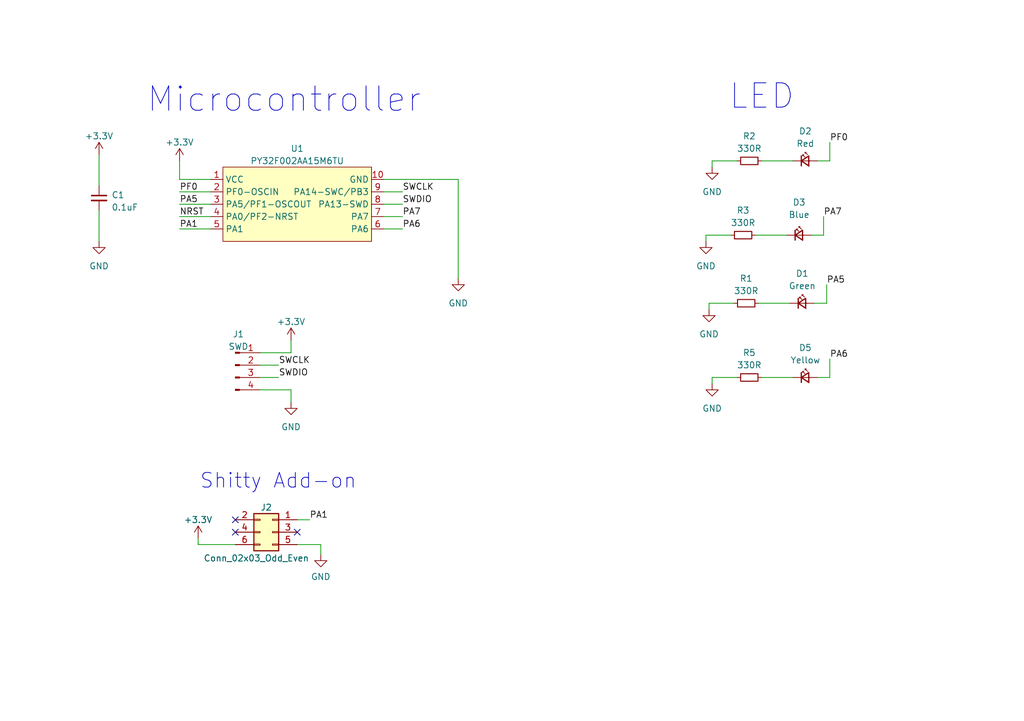
<source format=kicad_sch>
(kicad_sch (version 20231120) (generator "eeschema") (generator_version "8.0")
  (paper "A5")
  (lib_symbols
    (symbol "Connector:Conn_01x04_Pin" (pin_names (offset 1.016) hide)
      (property "Reference" "J" (at 0 5.08 0))
      (property "Value" "Conn_01x04_Pin" (at 0 -7.62 0))
      (symbol "Conn_01x04_Pin_1_1"
        (polyline (pts (xy 1.27 -5.08) (xy 0.8636 -5.08)) (stroke (width 0.1524)))
        (polyline (pts (xy 1.27 -2.54) (xy 0.8636 -2.54)) (stroke (width 0.1524)))
        (polyline (pts (xy 1.27 0) (xy 0.8636 0)) (stroke (width 0.1524)))
        (polyline (pts (xy 1.27 2.54) (xy 0.8636 2.54)) (stroke (width 0.1524)))
        (rectangle (start 0.8636 -4.953) (end 0 -5.207) (stroke (width 0.1524)) (fill (type outline)))
        (rectangle (start 0.8636 -2.413) (end 0 -2.667) (stroke (width 0.1524)) (fill (type outline)))
        (rectangle (start 0.8636 0.127) (end 0 -0.127) (stroke (width 0.1524)) (fill (type outline)))
        (rectangle (start 0.8636 2.667) (end 0 2.413) (stroke (width 0.1524)) (fill (type outline)))
        (pin passive line (at 5.08 2.54 180) (length 3.81) (name "Pin_1") (number "1"))
        (pin passive line (at 5.08 0 180) (length 3.81) (name "Pin_2") (number "2"))
        (pin passive line (at 5.08 -2.54 180) (length 3.81) (name "Pin_3") (number "3"))
        (pin passive line (at 5.08 -5.08 180) (length 3.81) (name "Pin_4") (number "4"))
      )
    )
    (symbol "Connector_Generic:Conn_02x03_Odd_Even" (pin_names (offset 1.016) hide)
      (property "Reference" "J" (at 1.27 5.08 0))
      (property "Value" "Conn_02x03_Odd_Even" (at 1.27 -5.08 0))
      (symbol "Conn_02x03_Odd_Even_1_1"
        (rectangle (start -1.27 -2.413) (end 0 -2.667) (stroke (width 0.1524)))
        (rectangle (start -1.27 0.127) (end 0 -0.127) (stroke (width 0.1524)))
        (rectangle (start -1.27 2.667) (end 0 2.413) (stroke (width 0.1524)))
        (rectangle (start -1.27 3.81) (end 3.81 -3.81) (stroke (width 0.254)) (fill (type background)))
        (rectangle (start 3.81 -2.413) (end 2.54 -2.667) (stroke (width 0.1524)))
        (rectangle (start 3.81 0.127) (end 2.54 -0.127) (stroke (width 0.1524)))
        (rectangle (start 3.81 2.667) (end 2.54 2.413) (stroke (width 0.1524)))
        (pin passive line (at -5.08 2.54 0) (length 3.81) (name "Pin_1") (number "1"))
        (pin passive line (at 7.62 2.54 180) (length 3.81) (name "Pin_2") (number "2"))
        (pin passive line (at -5.08 0 0) (length 3.81) (name "Pin_3") (number "3"))
        (pin passive line (at 7.62 0 180) (length 3.81) (name "Pin_4") (number "4"))
        (pin passive line (at -5.08 -2.54 0) (length 3.81) (name "Pin_5") (number "5"))
        (pin passive line (at 7.62 -2.54 180) (length 3.81) (name "Pin_6") (number "6"))
      )
    )
    (symbol "Device:C_Small" (pin_numbers hide) (pin_names (offset 0.254) hide)
      (property "Reference" "C" (at 0.254 1.778 0))
      (property "Value" "C_Small" (at 0.254 -2.032 0))
      (symbol "C_Small_0_1"
        (polyline (pts (xy -1.524 -0.508) (xy 1.524 -0.508)) (stroke (width 0.3302)))
        (polyline (pts (xy -1.524 0.508) (xy 1.524 0.508)) (stroke (width 0.3048)))
      )
      (symbol "C_Small_1_1"
        (pin passive line (at 0 2.54 270) (length 2.032) (name "~") (number "1"))
        (pin passive line (at 0 -2.54 90) (length 2.032) (name "~") (number "2"))
      )
    )
    (symbol "Device:LED_Small" (pin_numbers hide) (pin_names (offset 0.254) hide)
      (property "Reference" "D" (at -1.27 3.175 0))
      (property "Value" "LED_Small" (at -4.445 -2.54 0))
      (symbol "LED_Small_0_1"
        (polyline (pts (xy -0.762 -1.016) (xy -0.762 1.016)) (stroke (width 0.254)))
        (polyline (pts (xy 1.016 0) (xy -0.762 0)))
        (polyline (pts (xy 0.762 -1.016) (xy -0.762 0) (xy 0.762 1.016) (xy 0.762 -1.016)) (stroke (width 0.254)))
        (polyline (pts (xy 0 0.762) (xy -0.508 1.27) (xy -0.254 1.27) (xy -0.508 1.27) (xy -0.508 1.016)))
        (polyline (pts (xy 0.508 1.27) (xy 0 1.778) (xy 0.254 1.778) (xy 0 1.778) (xy 0 1.524)))
      )
      (symbol "LED_Small_1_1"
        (pin passive line (at -2.54 0 0) (length 1.778) (name "K") (number "1"))
        (pin passive line (at 2.54 0 180) (length 1.778) (name "A") (number "2"))
      )
    )
    (symbol "Device:R_Small" (pin_numbers hide) (pin_names (offset 0.254) hide)
      (property "Reference" "R" (at 0.762 0.508 0))
      (property "Value" "R_Small" (at 0.762 -1.016 0))
      (symbol "R_Small_0_1"
        (rectangle (start -0.762 1.778) (end 0.762 -1.778) (stroke (width 0.2032)))
      )
      (symbol "R_Small_1_1"
        (pin passive line (at 0 2.54 270) (length 0.762) (name "~") (number "1"))
        (pin passive line (at 0 -2.54 90) (length 0.762) (name "~") (number "2"))
      )
    )
    (symbol "MCU_PY32F002:PY32F002AA15M6TU"
      (property "Reference" "U" (at 0 0 0))
      (property "Value" "PY32F002AA15M6TU" (at 6.35 -17.78 0))
      (symbol "PY32F002AA15M6TU_1_1"
        (rectangle (start -3.81 -1.27) (end 26.67 -16.51) (fill (type background)))
        (pin input line (at -6.35 -3.81 0) (length 2.54) (name "VCC") (number "1"))
        (pin input line (at 29.21 -3.81 180) (length 2.54) (name "GND") (number "10"))
        (pin input line (at -6.35 -6.35 0) (length 2.54) (name "PF0-OSCIN") (number "2"))
        (pin input line (at -6.35 -8.89 0) (length 2.54) (name "PA5/PF1-OSCOUT") (number "3"))
        (pin input line (at -6.35 -11.43 0) (length 2.54) (name "PA0/PF2-NRST") (number "4"))
        (pin input line (at -6.35 -13.97 0) (length 2.54) (name "PA1") (number "5"))
        (pin input line (at 29.21 -13.97 180) (length 2.54) (name "PA6") (number "6"))
        (pin input line (at 29.21 -11.43 180) (length 2.54) (name "PA7") (number "7"))
        (pin input line (at 29.21 -8.89 180) (length 2.54) (name "PA13-SWD") (number "8"))
        (pin input line (at 29.21 -6.35 180) (length 2.54) (name "PA14-SWC/PB3") (number "9"))
      )
    )
    (symbol "power:+3.3V" (power) (pin_names (offset 0))
      (property "Value" "+3.3V" (at 0 3.556 0))
      (symbol "+3.3V_0_1"
        (polyline (pts (xy -0.762 1.27) (xy 0 2.54)))
        (polyline (pts (xy 0 0) (xy 0 2.54)))
        (polyline (pts (xy 0 2.54) (xy 0.762 1.27)))
      )
      (symbol "+3.3V_1_1"
        (pin power_in line (at 0 0 90) (length 0) hide (name "+3.3V") (number "1"))
      )
    )
    (symbol "power:GND" (power) (pin_names (offset 0))
      (property "Value" "GND" (at 0 -3.81 0))
      (symbol "GND_0_1"
        (polyline (pts (xy 0 0) (xy 0 -1.27) (xy 1.27 -1.27) (xy 0 -2.54) (xy -1.27 -1.27) (xy 0 -1.27)))
      )
      (symbol "GND_1_1"
        (pin power_in line (at 0 0 270) (length 0) hide (name "GND") (number "1"))
      )
    )
  )
  (no_connect (at 48.26 106.68))
  (no_connect (at 60.96 109.22))
  (no_connect (at 48.26 109.22))
  (wire (pts (xy 144.78 48.26) (xy 144.78 49.53)))
  (wire (pts (xy 149.86 48.26) (xy 144.78 48.26)))
  (wire (pts (xy 59.69 82.55) (xy 59.69 80.01)))
  (wire (pts (xy 78.74 36.83) (xy 93.98 36.83)))
  (wire (pts (xy 78.74 46.99) (xy 82.55 46.99)))
  (wire (pts (xy 170.18 33.02) (xy 167.64 33.02)))
  (wire (pts (xy 78.74 44.45) (xy 82.55 44.45)))
  (wire (pts (xy 36.83 46.99) (xy 43.18 46.99)))
  (wire (pts (xy 150.495 62.23) (xy 145.415 62.23)))
  (wire (pts (xy 146.05 33.02) (xy 146.05 34.29)))
  (wire (pts (xy 168.91 44.45) (xy 168.91 48.26)))
  (wire (pts (xy 93.98 36.83) (xy 93.98 57.15)))
  (wire (pts (xy 20.32 43.18) (xy 20.32 49.53)))
  (wire (pts (xy 145.415 62.23) (xy 145.415 63.5)))
  (wire (pts (xy 151.13 77.47) (xy 146.05 77.47)))
  (wire (pts (xy 53.34 77.47) (xy 57.15 77.47)))
  (wire (pts (xy 36.83 44.45) (xy 43.18 44.45)))
  (wire (pts (xy 168.91 48.26) (xy 166.37 48.26)))
  (wire (pts (xy 59.69 72.39) (xy 53.34 72.39)))
  (wire (pts (xy 156.21 33.02) (xy 162.56 33.02)))
  (wire (pts (xy 53.34 74.93) (xy 57.15 74.93)))
  (wire (pts (xy 155.575 62.23) (xy 161.925 62.23)))
  (wire (pts (xy 40.64 110.49) (xy 40.64 111.76)))
  (wire (pts (xy 170.18 73.66) (xy 170.18 77.47)))
  (wire (pts (xy 36.83 41.91) (xy 43.18 41.91)))
  (wire (pts (xy 156.21 77.47) (xy 162.56 77.47)))
  (wire (pts (xy 65.786 111.76) (xy 60.96 111.76)))
  (wire (pts (xy 169.545 62.23) (xy 167.005 62.23)))
  (wire (pts (xy 78.74 39.37) (xy 82.55 39.37)))
  (wire (pts (xy 169.545 58.42) (xy 169.545 62.23)))
  (wire (pts (xy 170.18 29.21) (xy 170.18 33.02)))
  (wire (pts (xy 43.18 36.83) (xy 36.83 36.83)))
  (wire (pts (xy 78.74 41.91) (xy 82.55 41.91)))
  (wire (pts (xy 36.83 36.83) (xy 36.83 33.02)))
  (wire (pts (xy 36.83 39.37) (xy 43.18 39.37)))
  (wire (pts (xy 151.13 33.02) (xy 146.05 33.02)))
  (wire (pts (xy 63.5 106.68) (xy 60.96 106.68)))
  (wire (pts (xy 59.69 69.85) (xy 59.69 72.39)))
  (wire (pts (xy 146.05 77.47) (xy 146.05 78.74)))
  (wire (pts (xy 170.18 77.47) (xy 167.64 77.47)))
  (wire (pts (xy 40.64 111.76) (xy 48.26 111.76)))
  (wire (pts (xy 20.32 31.75) (xy 20.32 38.1)))
  (wire (pts (xy 59.69 80.01) (xy 53.34 80.01)))
  (wire (pts (xy 154.94 48.26) (xy 161.29 48.26)))
  (wire (pts (xy 65.786 113.792) (xy 65.786 111.76)))
  (text "Microcontroller" (at 29.972 23.495 0) (effects (font (size 5 5)) (justify left bottom)))
  (text "Shitty Add-on\n" (at 40.894 100.584 0) (effects (font (size 3 3)) (justify left bottom)))
  (text "LED\n" (at 149.352 22.86 0) (effects (font (size 5 5)) (justify left bottom)))
  (label "PA5" (at 169.545 58.42 0))
  (label "PA1" (at 63.5 106.68 0))
  (label "SWCLK" (at 82.55 39.37 0))
  (label "PA5" (at 36.83 41.91 0))
  (label "SWDIO" (at 57.15 77.47 0))
  (label "NRST" (at 36.83 44.45 0))
  (label "SWDIO" (at 82.55 41.91 0))
  (label "PA1" (at 36.83 46.99 0))
  (label "PA6" (at 170.18 73.66 0))
  (label "SWCLK" (at 57.15 74.93 0))
  (label "PF0" (at 36.83 39.37 0))
  (label "PA6" (at 82.55 46.99 0))
  (label "PF0" (at 170.18 29.21 0))
  (label "PA7" (at 168.91 44.45 0))
  (label "PA7" (at 82.55 44.45 0))
  (symbol (lib_id "Connector_Generic:Conn_02x03_Odd_Even") (at 55.88 109.22 0) (mirror y) (unit 1)
    (property "Reference" "J2" (at 54.61 104.14 0))
    (property "Value" "Conn_02x03_Odd_Even" (at 52.578 114.554 0))
    (property "Footprint" "Footprints:B-2100N06P-B111_CKM" (effects (hide yes)))
    (property "LCSC#" "C706893" (effects (hide yes)))
  )
  (symbol (lib_id "power:+3.3V") (at 59.69 69.85 0) (unit 1)
    (property "Reference" "#PWR05" (effects (hide yes)))
    (property "Value" "+3.3V" (at 59.69 66.04 0))
  )
  (symbol (lib_id "Device:R_Small") (at 153.67 33.02 90) (unit 1)
    (property "Reference" "R2" (at 153.67 27.94 90))
    (property "Value" "330R" (at 153.67 30.48 90))
    (property "Footprint" "Resistor_SMD:R_0805_2012Metric" (effects (hide yes)))
    (property "LCSC#" "C2907321" (effects (hide yes)))
  )
  (symbol (lib_id "power:GND") (at 146.05 78.74 0) (unit 1)
    (property "Reference" "#PWR011" (effects (hide yes)))
    (property "Value" "GND" (at 146.05 83.82 0))
  )
  (symbol (lib_id "Device:LED_Small") (at 165.1 33.02 0) (unit 1)
    (property "Reference" "D2" (at 165.1635 26.924 0))
    (property "Value" "Red" (at 165.1635 29.464 0))
    (property "Footprint" "LED_SMD:LED_0805_2012Metric" (effects (hide yes)))
    (property "Datasheet" "https://www.lcsc.com/datasheet/lcsc_datasheet_2402181505_XINGLIGHT-XL-2012SURC_C965812.pdf" (effects (hide yes)))
    (property "LCSC#" "C965812" (effects (hide yes)))
  )
  (symbol (lib_id "Device:R_Small") (at 153.67 77.47 90) (unit 1)
    (property "Reference" "R5" (at 153.67 72.39 90))
    (property "Value" "330R" (at 153.67 74.93 90))
    (property "Footprint" "Resistor_SMD:R_0805_2012Metric" (effects (hide yes)))
    (property "LCSC#" "C2907321" (effects (hide yes)))
  )
  (symbol (lib_id "power:GND") (at 145.415 63.5 0) (unit 1)
    (property "Reference" "#PWR07" (effects (hide yes)))
    (property "Value" "GND" (at 145.415 68.58 0))
  )
  (symbol (lib_id "MCU_PY32F002:PY32F002AA15M6TU") (at 49.53 33.02 0) (unit 1)
    (property "Reference" "U1" (at 60.96 30.48 0))
    (property "Value" "PY32F002AA15M6TU" (at 60.96 33.02 0))
    (property "Footprint" "Footprints:PY32F002AA15M" (effects (hide yes)))
    (property "Datasheet" "https://datasheet.lcsc.com/lcsc/2303271200_PUYA--PY32F002AA15M6TU_C5292058.pdf" (effects (hide yes)))
    (property "LCSC#" "C5292058" (effects (hide yes)))
  )
  (symbol (lib_id "Device:LED_Small") (at 163.83 48.26 0) (unit 1)
    (property "Reference" "D3" (at 163.8935 41.529 0))
    (property "Value" "Blue" (at 163.8935 44.069 0))
    (property "Footprint" "LED_SMD:LED_0805_2012Metric" (effects (hide yes)))
    (property "Datasheet" "https://www.lcsc.com/datasheet/lcsc_datasheet_1810071515_Orient-ORH-B35A_C205441.pdf" (effects (hide yes)))
    (property "LCSC#" "C205441" (effects (hide yes)))
  )
  (symbol (lib_id "power:GND") (at 146.05 34.29 0) (unit 1)
    (property "Reference" "#PWR08" (effects (hide yes)))
    (property "Value" "GND" (at 146.05 39.37 0))
  )
  (symbol (lib_id "power:+3.3V") (at 36.83 33.02 0) (unit 1)
    (property "Reference" "#PWR03" (effects (hide yes)))
    (property "Value" "+3.3V" (at 36.83 29.21 0))
  )
  (symbol (lib_id "power:GND") (at 20.32 49.53 0) (unit 1)
    (property "Reference" "#PWR02" (effects (hide yes)))
    (property "Value" "GND" (at 20.32 54.61 0))
  )
  (symbol (lib_id "power:GND") (at 59.69 82.55 0) (unit 1)
    (property "Reference" "#PWR06" (effects (hide yes)))
    (property "Value" "GND" (at 59.69 87.63 0))
  )
  (symbol (lib_id "power:GND") (at 65.786 113.792 0) (unit 1)
    (property "Reference" "#PWR012" (effects (hide yes)))
    (property "Value" "GND" (at 65.786 118.364 0))
  )
  (symbol (lib_id "Connector:Conn_01x04_Pin") (at 48.26 74.93 0) (unit 1)
    (property "Reference" "J1" (at 48.895 68.58 0))
    (property "Value" "SWD" (at 48.895 71.12 0))
    (property "Footprint" "Footprints:PinHeader_1x04_P2.54mm_Vertical" (effects (hide yes)))
  )
  (symbol (lib_id "Device:C_Small") (at 20.32 40.64 0) (unit 1)
    (property "Reference" "C1" (at 22.86 40.0113 0) (effects (justify left)))
    (property "Value" "0.1uF" (at 22.86 42.5513 0) (effects (justify left)))
    (property "Footprint" "Capacitor_SMD:C_0805_2012Metric" (effects (hide yes)))
    (property "LCSC#" "C282732" (effects (hide yes)))
  )
  (symbol (lib_id "Device:R_Small") (at 153.035 62.23 90) (unit 1)
    (property "Reference" "R1" (at 153.035 57.15 90))
    (property "Value" "330R" (at 153.035 59.69 90))
    (property "Footprint" "Resistor_SMD:R_0805_2012Metric" (effects (hide yes)))
    (property "LCSC#" "C2907321" (effects (hide yes)))
  )
  (symbol (lib_id "power:GND") (at 144.78 49.53 0) (unit 1)
    (property "Reference" "#PWR09" (effects (hide yes)))
    (property "Value" "GND" (at 144.78 54.61 0))
  )
  (symbol (lib_id "power:+3.3V") (at 20.32 31.75 0) (unit 1)
    (property "Reference" "#PWR01" (effects (hide yes)))
    (property "Value" "+3.3V" (at 20.32 27.94 0))
  )
  (symbol (lib_id "Device:LED_Small") (at 165.1 77.47 0) (unit 1)
    (property "Reference" "D5" (at 165.1635 71.374 0))
    (property "Value" "Yellow" (at 165.1635 73.914 0))
    (property "Footprint" "LED_SMD:LED_0805_2012Metric" (effects (hide yes)))
    (property "Datasheet" "https://www.lcsc.com/datasheet/lcsc_datasheet_2008201032_Foshan-NationStar-Optoelectronics-NCD0805Y1_C84261.pdf" (effects (hide yes)))
    (property "LCSC#" "C84261" (effects (hide yes)))
  )
  (symbol (lib_id "power:GND") (at 93.98 57.15 0) (unit 1)
    (property "Reference" "#PWR04" (effects (hide yes)))
    (property "Value" "GND" (at 93.98 62.23 0))
  )
  (symbol (lib_id "Device:LED_Small") (at 164.465 62.23 0) (unit 1)
    (property "Reference" "D1" (at 164.5285 56.134 0))
    (property "Value" "Green" (at 164.5285 58.674 0))
    (property "Footprint" "LED_SMD:LED_0805_2012Metric" (effects (hide yes)))
    (property "Datasheet" "https://www.lcsc.com/datasheet/lcsc_datasheet_2402181505_XINGLIGHT-XL-2012UGC_C965815.pdf" (effects (hide yes)))
    (property "LCSC#" "C965815" (effects (hide yes)))
  )
  (symbol (lib_id "Device:R_Small") (at 152.4 48.26 90) (unit 1)
    (property "Reference" "R3" (at 152.4 43.18 90))
    (property "Value" "330R" (at 152.4 45.72 90))
    (property "Footprint" "Resistor_SMD:R_0805_2012Metric" (effects (hide yes)))
    (property "LCSC#" "C2907321" (effects (hide yes)))
  )
  (symbol (lib_id "power:+3.3V") (at 40.64 110.49 0) (unit 1)
    (property "Reference" "#PWR010" (effects (hide yes)))
    (property "Value" "+3.3V" (at 40.64 106.68 0))
  )
)
</source>
